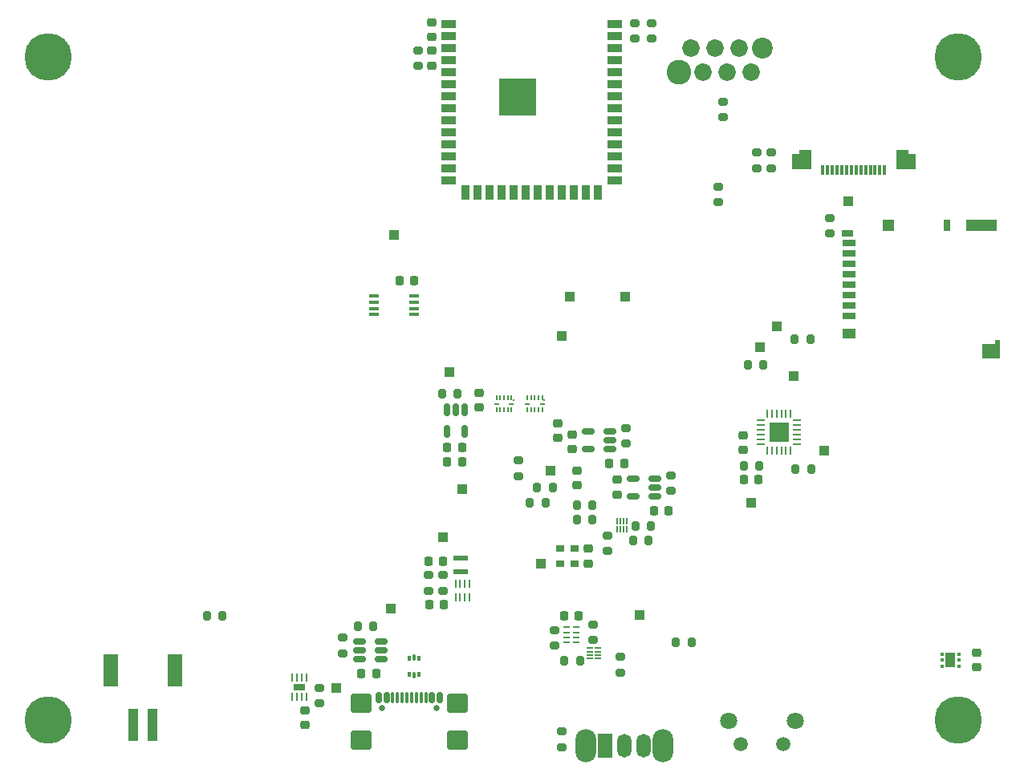
<source format=gbr>
%TF.GenerationSoftware,KiCad,Pcbnew,9.0.6+1*%
%TF.CreationDate,2026-01-19T19:04:29+00:00*%
%TF.ProjectId,Mainboard,4d61696e-626f-4617-9264-2e6b69636164, + (Unreleased)*%
%TF.SameCoordinates,Original*%
%TF.FileFunction,Soldermask,Top*%
%TF.FilePolarity,Negative*%
%FSLAX46Y46*%
G04 Gerber Fmt 4.6, Leading zero omitted, Abs format (unit mm)*
G04 Created by KiCad (PCBNEW 9.0.6+1) date 2026-01-19 19:04:29*
%MOMM*%
%LPD*%
G01*
G04 APERTURE LIST*
G04 Aperture macros list*
%AMRoundRect*
0 Rectangle with rounded corners*
0 $1 Rounding radius*
0 $2 $3 $4 $5 $6 $7 $8 $9 X,Y pos of 4 corners*
0 Add a 4 corners polygon primitive as box body*
4,1,4,$2,$3,$4,$5,$6,$7,$8,$9,$2,$3,0*
0 Add four circle primitives for the rounded corners*
1,1,$1+$1,$2,$3*
1,1,$1+$1,$4,$5*
1,1,$1+$1,$6,$7*
1,1,$1+$1,$8,$9*
0 Add four rect primitives between the rounded corners*
20,1,$1+$1,$2,$3,$4,$5,0*
20,1,$1+$1,$4,$5,$6,$7,0*
20,1,$1+$1,$6,$7,$8,$9,0*
20,1,$1+$1,$8,$9,$2,$3,0*%
%AMRotRect*
0 Rectangle, with rotation*
0 The origin of the aperture is its center*
0 $1 length*
0 $2 width*
0 $3 Rotation angle, in degrees counterclockwise*
0 Add horizontal line*
21,1,$1,$2,0,0,$3*%
%AMFreePoly0*
4,1,7,1.050000,-0.975000,-0.250000,-0.975000,-0.250000,-0.625000,-1.050000,-0.625000,-1.050000,0.975000,1.050000,0.975000,1.050000,-0.975000,1.050000,-0.975000,$1*%
%AMFreePoly1*
4,1,7,1.050000,-0.625000,0.250000,-0.625000,0.250000,-0.975000,-1.050000,-0.975000,-1.050000,0.975000,1.050000,0.975000,1.050000,-0.625000,1.050000,-0.625000,$1*%
G04 Aperture macros list end*
%ADD10R,1.000000X1.000000*%
%ADD11RoundRect,0.225000X0.250000X-0.225000X0.250000X0.225000X-0.250000X0.225000X-0.250000X-0.225000X0*%
%ADD12R,1.100000X0.400000*%
%ADD13RoundRect,0.225000X0.225000X0.250000X-0.225000X0.250000X-0.225000X-0.250000X0.225000X-0.250000X0*%
%ADD14RoundRect,0.200000X-0.200000X-0.275000X0.200000X-0.275000X0.200000X0.275000X-0.200000X0.275000X0*%
%ADD15RoundRect,0.200000X0.275000X-0.200000X0.275000X0.200000X-0.275000X0.200000X-0.275000X-0.200000X0*%
%ADD16RoundRect,0.225000X-0.250000X0.225000X-0.250000X-0.225000X0.250000X-0.225000X0.250000X0.225000X0*%
%ADD17RoundRect,0.200000X-0.275000X0.200000X-0.275000X-0.200000X0.275000X-0.200000X0.275000X0.200000X0*%
%ADD18R,0.850000X0.650000*%
%ADD19RoundRect,0.075000X0.075000X0.475000X-0.075000X0.475000X-0.075000X-0.475000X0.075000X-0.475000X0*%
%ADD20FreePoly0,180.000000*%
%ADD21FreePoly1,180.000000*%
%ADD22RoundRect,0.150000X0.512500X0.150000X-0.512500X0.150000X-0.512500X-0.150000X0.512500X-0.150000X0*%
%ADD23R,0.650000X0.170000*%
%ADD24RoundRect,0.200000X0.200000X0.275000X-0.200000X0.275000X-0.200000X-0.275000X0.200000X-0.275000X0*%
%ADD25RoundRect,0.093750X-0.093750X-0.106250X0.093750X-0.106250X0.093750X0.106250X-0.093750X0.106250X0*%
%ADD26R,1.000000X1.600000*%
%ADD27C,0.800000*%
%ADD28C,5.000000*%
%ADD29R,0.170000X0.650000*%
%ADD30RoundRect,0.062500X0.062500X-0.325000X0.062500X0.325000X-0.062500X0.325000X-0.062500X-0.325000X0*%
%ADD31R,1.200000X0.800000*%
%ADD32RoundRect,0.225000X-0.225000X-0.250000X0.225000X-0.250000X0.225000X0.250000X-0.225000X0.250000X0*%
%ADD33RoundRect,0.093750X0.093750X-0.156250X0.093750X0.156250X-0.093750X0.156250X-0.093750X-0.156250X0*%
%ADD34RoundRect,0.075000X0.075000X-0.250000X0.075000X0.250000X-0.075000X0.250000X-0.075000X-0.250000X0*%
%ADD35R,0.700000X0.270000*%
%ADD36RoundRect,0.062500X0.062500X-0.337500X0.062500X0.337500X-0.062500X0.337500X-0.062500X-0.337500X0*%
%ADD37R,0.200000X0.600000*%
%ADD38R,0.250000X0.150000*%
%ADD39R,0.600000X0.200000*%
%ADD40C,1.500000*%
%ADD41C,1.800000*%
%ADD42RoundRect,0.062500X0.062500X-0.375000X0.062500X0.375000X-0.062500X0.375000X-0.062500X-0.375000X0*%
%ADD43RoundRect,0.062500X0.375000X-0.062500X0.375000X0.062500X-0.375000X0.062500X-0.375000X-0.062500X0*%
%ADD44R,2.100000X2.100000*%
%ADD45R,1.500000X0.900000*%
%ADD46R,0.900000X1.500000*%
%ADD47R,3.900000X3.900000*%
%ADD48RoundRect,0.137500X0.662500X-0.137500X0.662500X0.137500X-0.662500X0.137500X-0.662500X-0.137500X0*%
%ADD49RoundRect,0.150000X-0.150000X0.512500X-0.150000X-0.512500X0.150000X-0.512500X0.150000X0.512500X0*%
%ADD50O,2.200000X3.500000*%
%ADD51R,1.500000X2.500000*%
%ADD52O,1.500000X2.500000*%
%ADD53R,1.000000X3.500000*%
%ADD54R,1.500000X3.400000*%
%ADD55R,1.400000X0.700000*%
%ADD56R,1.200000X0.700000*%
%ADD57R,0.800000X1.200000*%
%ADD58R,1.900000X1.500000*%
%ADD59RotRect,0.200000X0.200000X135.000000*%
%ADD60R,0.500000X0.500000*%
%ADD61R,1.400000X1.000000*%
%ADD62R,1.200000X1.200000*%
%ADD63R,3.200000X1.200000*%
%ADD64C,0.650000*%
%ADD65RoundRect,0.150000X-0.150000X-0.425000X0.150000X-0.425000X0.150000X0.425000X-0.150000X0.425000X0*%
%ADD66RoundRect,0.075000X-0.075000X-0.500000X0.075000X-0.500000X0.075000X0.500000X-0.075000X0.500000X0*%
%ADD67RoundRect,0.250000X-0.840000X-0.750000X0.840000X-0.750000X0.840000X0.750000X-0.840000X0.750000X0*%
%ADD68C,2.200000*%
%ADD69C,2.600000*%
%ADD70C,1.850000*%
G04 APERTURE END LIST*
D10*
%TO.C,TP701*%
X201200000Y-181200000D03*
%TD*%
D11*
%TO.C,C811*%
X225000000Y-169150000D03*
X225000000Y-167600000D03*
%TD*%
D12*
%TO.C,IC1104*%
X199350000Y-148225000D03*
X199350000Y-148875000D03*
X199350000Y-149525000D03*
X199350000Y-150175000D03*
X203650000Y-150175000D03*
X203650000Y-149525000D03*
X203650000Y-148875000D03*
X203650000Y-148225000D03*
%TD*%
D13*
%TO.C,C806*%
X206700000Y-176225000D03*
X205150000Y-176225000D03*
%TD*%
D10*
%TO.C,TP802*%
X201500000Y-141737501D03*
%TD*%
D14*
%TO.C,R1202*%
X238825000Y-155500000D03*
X240475000Y-155500000D03*
%TD*%
D15*
%TO.C,R1402*%
X241300000Y-134700000D03*
X241300000Y-133050000D03*
%TD*%
D16*
%TO.C,C901*%
X205500000Y-122325000D03*
X205500000Y-123875000D03*
%TD*%
D17*
%TO.C,R805*%
X226000000Y-162150000D03*
X226000000Y-163800000D03*
%TD*%
D18*
%TO.C,Y1001*%
X220575000Y-176500000D03*
X220575000Y-174850000D03*
X219025000Y-174850000D03*
X219025000Y-176500000D03*
%TD*%
D19*
%TO.C,X1401*%
X253250000Y-134900000D03*
X252750000Y-134900000D03*
X252250000Y-134900000D03*
X251750000Y-134900000D03*
X251250000Y-134900000D03*
X250750000Y-134900000D03*
X250250000Y-134900000D03*
X249750000Y-134900000D03*
X249250000Y-134900000D03*
X248750000Y-134900000D03*
X248250000Y-134900000D03*
X247750000Y-134900000D03*
X247250000Y-134900000D03*
X246750000Y-134900000D03*
D20*
X255500000Y-133775000D03*
D21*
X244500000Y-133775000D03*
%TD*%
D10*
%TO.C,TP806*%
X208675000Y-168600000D03*
%TD*%
%TO.C,TP801*%
X225900000Y-148300000D03*
%TD*%
D13*
%TO.C,C1101*%
X239975000Y-167600000D03*
X238425000Y-167600000D03*
%TD*%
D22*
%TO.C,IC804*%
X224275000Y-164375000D03*
X224275000Y-163425000D03*
X224275000Y-162475000D03*
X222000000Y-162475000D03*
X222000000Y-164375000D03*
%TD*%
D23*
%TO.C,IC1103*%
X223024999Y-186450000D03*
X223025000Y-186100000D03*
X223025000Y-185750000D03*
X223024999Y-185400000D03*
X222175001Y-185400000D03*
X222175000Y-185750000D03*
X222175000Y-186100000D03*
X222175001Y-186450000D03*
%TD*%
D15*
%TO.C,R1110*%
X218400000Y-185125000D03*
X218400000Y-183475000D03*
%TD*%
D10*
%TO.C,TP1101*%
X220000000Y-148300000D03*
%TD*%
D11*
%TO.C,C1003*%
X222000000Y-176450000D03*
X222000000Y-174900000D03*
%TD*%
D24*
%TO.C,R1006*%
X228625000Y-172500000D03*
X226975000Y-172500000D03*
%TD*%
D17*
%TO.C,R902*%
X224000000Y-173475000D03*
X224000000Y-175125000D03*
%TD*%
D24*
%TO.C,R704*%
X199330000Y-183100000D03*
X197680000Y-183100000D03*
%TD*%
D25*
%TO.C,IC1102*%
X259300000Y-186000000D03*
X259300000Y-186650000D03*
X259300000Y-187300000D03*
X261075000Y-187300000D03*
X261075000Y-186650000D03*
X261075000Y-186000000D03*
D26*
X260187500Y-186650000D03*
%TD*%
D14*
%TO.C,R1203*%
X243775000Y-152800000D03*
X245425000Y-152800000D03*
%TD*%
D16*
%TO.C,C1103*%
X262987500Y-185875000D03*
X262987500Y-187425000D03*
%TD*%
D24*
%TO.C,R1003*%
X222425000Y-171800000D03*
X220775000Y-171800000D03*
%TD*%
D10*
%TO.C,TP1109*%
X239200000Y-170000000D03*
%TD*%
D15*
%TO.C,R1403*%
X239800000Y-134700000D03*
X239800000Y-133050000D03*
%TD*%
D27*
%TO.C,REF\u002A\u002A*%
X259125000Y-123000000D03*
X259674175Y-121674175D03*
X259674175Y-124325825D03*
X261000000Y-121125000D03*
D28*
X261000000Y-123000000D03*
D27*
X261000000Y-124875000D03*
X262325825Y-121674175D03*
X262325825Y-124325825D03*
X262875000Y-123000000D03*
%TD*%
D11*
%TO.C,C810*%
X220300000Y-164350000D03*
X220300000Y-162800000D03*
%TD*%
D24*
%TO.C,R1001*%
X222425000Y-170250000D03*
X220775000Y-170250000D03*
%TD*%
D14*
%TO.C,R1112*%
X243870000Y-166500000D03*
X245520000Y-166500000D03*
%TD*%
%TO.C,R901*%
X226700000Y-174000000D03*
X228350000Y-174000000D03*
%TD*%
D29*
%TO.C,IC1002*%
X226050000Y-171950002D03*
X225700000Y-171950001D03*
X225350000Y-171950001D03*
X225000000Y-171950002D03*
X225000000Y-172800000D03*
X225350000Y-172800001D03*
X225700000Y-172800001D03*
X226050000Y-172800000D03*
%TD*%
D10*
%TO.C,TP1106*%
X243700000Y-156700000D03*
%TD*%
%TO.C,TP804*%
X217000000Y-176500000D03*
%TD*%
D24*
%TO.C,R1004*%
X218225000Y-168450000D03*
X216575000Y-168450000D03*
%TD*%
D15*
%TO.C,R1111*%
X222500000Y-184525000D03*
X222500000Y-182875000D03*
%TD*%
D17*
%TO.C,R806*%
X230700000Y-167150000D03*
X230700000Y-168800000D03*
%TD*%
D30*
%TO.C,IC703*%
X190750000Y-190487500D03*
X191250000Y-190487500D03*
X191750000Y-190487500D03*
X192250000Y-190487500D03*
X192250000Y-188512500D03*
X191750000Y-188512500D03*
X191250000Y-188512500D03*
X190750000Y-188512500D03*
D31*
X191500000Y-189500000D03*
%TD*%
D10*
%TO.C,TP803*%
X206700000Y-173700000D03*
%TD*%
%TO.C,TP805*%
X218000000Y-166650000D03*
%TD*%
D32*
%TO.C,C808*%
X228925000Y-170875000D03*
X230475000Y-170875000D03*
%TD*%
D33*
%TO.C,IC701*%
X203067500Y-188150000D03*
D34*
X203605000Y-188225000D03*
D33*
X204142500Y-188150000D03*
X204142500Y-186450000D03*
D34*
X203605000Y-186375000D03*
D33*
X203067500Y-186450000D03*
%TD*%
D10*
%TO.C,TP1102*%
X219200000Y-152400000D03*
%TD*%
D24*
%TO.C,R1005*%
X217475000Y-170000000D03*
X215825000Y-170000000D03*
%TD*%
D32*
%TO.C,C701*%
X198055000Y-188100000D03*
X199605000Y-188100000D03*
%TD*%
D14*
%TO.C,R807*%
X206550000Y-158500000D03*
X208200000Y-158500000D03*
%TD*%
D15*
%TO.C,R1301*%
X247500000Y-141625000D03*
X247500000Y-139975000D03*
%TD*%
D14*
%TO.C,R1108*%
X231250000Y-184800000D03*
X232900000Y-184800000D03*
%TD*%
D35*
%TO.C,IC1105*%
X220700000Y-184810000D03*
X220700000Y-184270000D03*
X220700000Y-183730000D03*
X220700000Y-183190000D03*
X219700000Y-183190000D03*
X219700000Y-183730000D03*
X219700000Y-184270000D03*
X219700000Y-184810000D03*
%TD*%
D36*
%TO.C,IC801*%
X207979999Y-180025000D03*
X208480000Y-180025000D03*
X208980000Y-180025000D03*
X209480001Y-180025000D03*
X209480001Y-178575000D03*
X208980000Y-178575000D03*
X208480000Y-178575000D03*
X207979999Y-178575000D03*
%TD*%
D17*
%TO.C,R1401*%
X236200000Y-127675000D03*
X236200000Y-129325000D03*
%TD*%
%TO.C,R903*%
X204000000Y-122275000D03*
X204000000Y-123925000D03*
%TD*%
D11*
%TO.C,C902*%
X205500000Y-120875000D03*
X205500000Y-119325000D03*
%TD*%
D13*
%TO.C,C1104*%
X203650000Y-146600000D03*
X202100000Y-146600000D03*
%TD*%
D17*
%TO.C,R1107*%
X225400000Y-186300000D03*
X225400000Y-187950000D03*
%TD*%
D37*
%TO.C,IC1001*%
X213900001Y-158950000D03*
D38*
X214075001Y-159175000D03*
D37*
X213500001Y-158950000D03*
X213100001Y-158950000D03*
X212700001Y-158950000D03*
X212300001Y-158950000D03*
D39*
X212300001Y-159600000D03*
D37*
X212300001Y-160250000D03*
X212700001Y-160250000D03*
X213100001Y-160250000D03*
X213500001Y-160250000D03*
X213900001Y-160250000D03*
D39*
X213900001Y-159600000D03*
%TD*%
D15*
%TO.C,R1102*%
X226900000Y-121025000D03*
X226900000Y-119375000D03*
%TD*%
D17*
%TO.C,R1002*%
X214650000Y-165575000D03*
X214650000Y-167225000D03*
%TD*%
D40*
%TO.C,SW901*%
X242550000Y-195550000D03*
X238050000Y-195550000D03*
D41*
X236800000Y-193050000D03*
X243800000Y-193050000D03*
%TD*%
D15*
%TO.C,R1404*%
X228700000Y-121025000D03*
X228700000Y-119375000D03*
%TD*%
D42*
%TO.C,IC1101*%
X240850000Y-164537500D03*
X241350000Y-164537499D03*
X241850000Y-164537500D03*
X242350000Y-164537500D03*
X242850000Y-164537499D03*
X243350000Y-164537500D03*
D43*
X244037500Y-163850000D03*
X244037499Y-163350000D03*
X244037500Y-162850000D03*
X244037500Y-162350000D03*
X244037499Y-161850000D03*
X244037500Y-161350000D03*
D42*
X243350000Y-160662500D03*
X242850000Y-160662501D03*
X242350000Y-160662500D03*
X241850000Y-160662500D03*
X241350000Y-160662501D03*
X240850000Y-160662500D03*
D43*
X240162500Y-161350000D03*
X240162501Y-161850000D03*
X240162500Y-162350000D03*
X240162500Y-162850000D03*
X240162501Y-163350000D03*
X240162500Y-163850000D03*
D44*
X242100000Y-162600000D03*
%TD*%
D10*
%TO.C,TP702*%
X195400000Y-189575000D03*
%TD*%
D11*
%TO.C,C809*%
X210475000Y-159975000D03*
X210475000Y-158425000D03*
%TD*%
D10*
%TO.C,TP1104*%
X241850000Y-151400000D03*
%TD*%
D27*
%TO.C,REF\u002A\u002A*%
X259125000Y-193000000D03*
X259674175Y-191674175D03*
X259674175Y-194325825D03*
X261000000Y-191125000D03*
D28*
X261000000Y-193000000D03*
D27*
X261000000Y-194875000D03*
X262325825Y-191674175D03*
X262325825Y-194325825D03*
X262875000Y-193000000D03*
%TD*%
D10*
%TO.C,TP1103*%
X240100000Y-153600000D03*
%TD*%
D45*
%TO.C,M901*%
X207250000Y-119490000D03*
X207250000Y-120760000D03*
X207250000Y-122030000D03*
X207250000Y-123300000D03*
X207250000Y-124570000D03*
X207250000Y-125840000D03*
X207250000Y-127110000D03*
X207250000Y-128380000D03*
X207250000Y-129650000D03*
X207250000Y-130920000D03*
X207250000Y-132190000D03*
X207250000Y-133460000D03*
X207250000Y-134730000D03*
X207250000Y-136000000D03*
D46*
X209015000Y-137250000D03*
X210285000Y-137250000D03*
X211555000Y-137250000D03*
X212825000Y-137250000D03*
X214095000Y-137250000D03*
X215365000Y-137250000D03*
X216635000Y-137250000D03*
X217905000Y-137250000D03*
X219175000Y-137250000D03*
X220445000Y-137250000D03*
X221715000Y-137250000D03*
X222985000Y-137250000D03*
D45*
X224750000Y-136000000D03*
X224750000Y-134730000D03*
X224750000Y-133460000D03*
X224750000Y-132190000D03*
X224750000Y-130920000D03*
X224750000Y-129650000D03*
X224750000Y-128380000D03*
X224750000Y-127110000D03*
X224750000Y-125840000D03*
X224750000Y-124570000D03*
X224750000Y-123300000D03*
X224750000Y-122030000D03*
X224750000Y-120760000D03*
X224750000Y-119490000D03*
D47*
X214500000Y-127210000D03*
%TD*%
D32*
%TO.C,C1105*%
X219425000Y-182000000D03*
X220975000Y-182000000D03*
%TD*%
D17*
%TO.C,R808*%
X219200000Y-194175000D03*
X219200000Y-195825000D03*
%TD*%
D13*
%TO.C,C812*%
X208675000Y-164200000D03*
X207125000Y-164200000D03*
%TD*%
D17*
%TO.C,R1405*%
X235700000Y-136650000D03*
X235700000Y-138300000D03*
%TD*%
D48*
%TO.C,L801*%
X208525000Y-177349999D03*
X208525000Y-175900001D03*
%TD*%
D13*
%TO.C,C1002*%
X208675000Y-165750000D03*
X207125000Y-165750000D03*
%TD*%
D27*
%TO.C,REF\u002A\u002A*%
X163125000Y-193000000D03*
X163674175Y-191674175D03*
X163674175Y-194325825D03*
X165000000Y-191125000D03*
D28*
X165000000Y-193000000D03*
D27*
X165000000Y-194875000D03*
X166325825Y-191674175D03*
X166325825Y-194325825D03*
X166875000Y-193000000D03*
%TD*%
D49*
%TO.C,IC806*%
X208970000Y-160232500D03*
X208020000Y-160232500D03*
X207070000Y-160232500D03*
X207070000Y-162507500D03*
X208970000Y-162507500D03*
%TD*%
D16*
%TO.C,C1001*%
X220800000Y-166625000D03*
X220800000Y-168175000D03*
%TD*%
%TO.C,C703*%
X192105000Y-191925000D03*
X192105000Y-193475000D03*
%TD*%
D10*
%TO.C,TP1107*%
X249400000Y-138200000D03*
%TD*%
D37*
%TO.C,IC1003*%
X217150000Y-158950000D03*
D38*
X217325000Y-159175000D03*
D37*
X216750000Y-158950000D03*
X216350000Y-158950000D03*
X215950000Y-158950000D03*
X215550000Y-158950000D03*
D39*
X215550000Y-159600000D03*
D37*
X215550000Y-160250000D03*
X215950000Y-160250000D03*
X216350000Y-160250000D03*
X216750000Y-160250000D03*
X217150000Y-160250000D03*
D39*
X217150000Y-159600000D03*
%TD*%
D17*
%TO.C,R803*%
X206650000Y-177675000D03*
X206650000Y-179325000D03*
%TD*%
D24*
%TO.C,R1101*%
X240025000Y-166100000D03*
X238375000Y-166100000D03*
%TD*%
D50*
%TO.C,SW701*%
X221700000Y-195700000D03*
X229900000Y-195700000D03*
D51*
X223800000Y-195700000D03*
D52*
X225800000Y-195700000D03*
X227800000Y-195700000D03*
%TD*%
D10*
%TO.C,TP1105*%
X207300000Y-156200000D03*
%TD*%
D16*
%TO.C,C1102*%
X238300000Y-162925000D03*
X238300000Y-164475000D03*
%TD*%
D15*
%TO.C,R703*%
X196054999Y-185925000D03*
X196054999Y-184275000D03*
%TD*%
D13*
%TO.C,C801*%
X206750000Y-180775000D03*
X205200000Y-180775000D03*
%TD*%
D10*
%TO.C,TP1108*%
X227400000Y-181900000D03*
%TD*%
D53*
%TO.C,X702*%
X176000000Y-193450000D03*
X174000000Y-193450000D03*
D54*
X178350000Y-187700000D03*
X171650000Y-187700000D03*
%TD*%
D11*
%TO.C,C1004*%
X218800000Y-163175000D03*
X218800000Y-161625000D03*
%TD*%
D17*
%TO.C,R710*%
X193600000Y-189575000D03*
X193600000Y-191225000D03*
%TD*%
D15*
%TO.C,R804*%
X205150000Y-179325000D03*
X205150000Y-177675000D03*
%TD*%
D55*
%TO.C,X1301*%
X249475000Y-150275000D03*
X249475000Y-149175000D03*
X249475000Y-148075000D03*
X249475000Y-146975000D03*
X249475000Y-145875000D03*
X249475000Y-144775000D03*
X249475000Y-143675000D03*
X249475000Y-142575000D03*
D56*
X249375000Y-141625000D03*
D57*
X259875000Y-140775000D03*
D58*
X264475000Y-154075000D03*
D59*
X264925000Y-153325000D03*
D60*
X265175000Y-153075000D03*
D61*
X249475000Y-152175000D03*
D62*
X253675000Y-140775000D03*
D63*
X263475000Y-140775000D03*
%TD*%
D24*
%TO.C,TH701*%
X183399999Y-182000000D03*
X181749999Y-182000000D03*
%TD*%
D27*
%TO.C,REF\u002A\u002A*%
X163125000Y-123000000D03*
X163674175Y-121674175D03*
X163674175Y-124325825D03*
X165000000Y-121125000D03*
D28*
X165000000Y-123000000D03*
D27*
X165000000Y-124875000D03*
X166325825Y-121674175D03*
X166325825Y-124325825D03*
X166875000Y-123000000D03*
%TD*%
D10*
%TO.C,TP1110*%
X246900000Y-164537500D03*
%TD*%
D64*
%TO.C,X701*%
X200210000Y-191695000D03*
X205990000Y-191695000D03*
D65*
X199900000Y-190620000D03*
X200700000Y-190620000D03*
D66*
X201850000Y-190620000D03*
X202850000Y-190620000D03*
X203350000Y-190620000D03*
X204350000Y-190620000D03*
D65*
X205500000Y-190620000D03*
X206300000Y-190620000D03*
X206300000Y-190620000D03*
X205500000Y-190620000D03*
D66*
X204850000Y-190620000D03*
X203850000Y-190620000D03*
X202350000Y-190620000D03*
X201350000Y-190620000D03*
D65*
X200700000Y-190620000D03*
X199900000Y-190620000D03*
D67*
X197990000Y-191195000D03*
X197990000Y-195125000D03*
X208210000Y-191195000D03*
X208210000Y-195125000D03*
%TD*%
D32*
%TO.C,C807*%
X224225000Y-165875000D03*
X225775000Y-165875000D03*
%TD*%
D14*
%TO.C,R1109*%
X219475000Y-186700000D03*
X221125000Y-186700000D03*
%TD*%
D22*
%TO.C,IC702*%
X200137500Y-186549999D03*
X200137500Y-185600000D03*
X200137500Y-184650001D03*
X197862500Y-184650001D03*
X197862500Y-185600000D03*
X197862500Y-186549999D03*
%TD*%
%TO.C,IC805*%
X228975000Y-169375001D03*
X228975000Y-168425001D03*
X228975000Y-167475001D03*
X226700000Y-167475001D03*
X226700000Y-169375001D03*
%TD*%
D68*
%TO.C,X901*%
X240370000Y-122030000D03*
D69*
X231560000Y-124570000D03*
D70*
X232790000Y-122030000D03*
X234060000Y-124570000D03*
X235330000Y-122030000D03*
X236600000Y-124570001D03*
X237870000Y-122030000D03*
X239140000Y-124570000D03*
%TD*%
M02*

</source>
